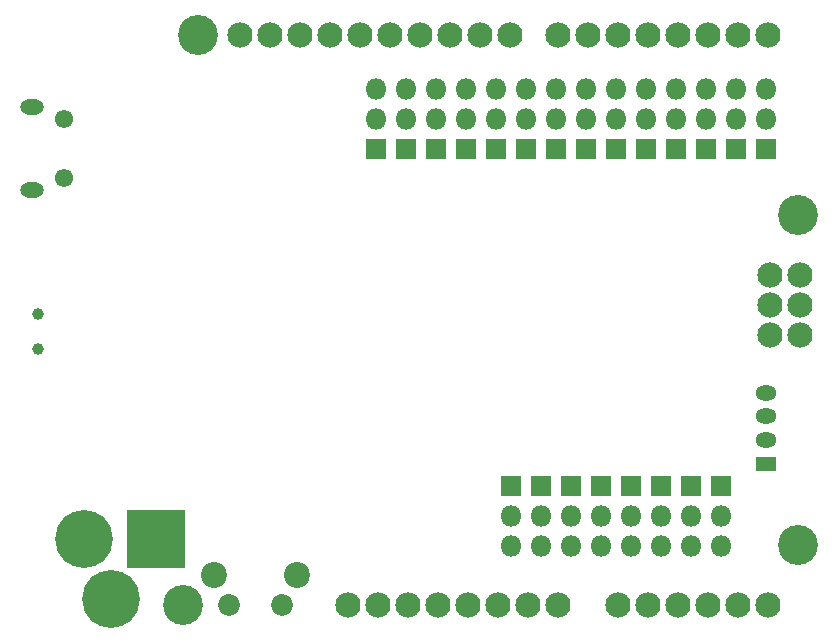
<source format=gbs>
%TF.GenerationSoftware,KiCad,Pcbnew,4.0.7*%
%TF.CreationDate,2018-07-15T20:27:14+02:00*%
%TF.ProjectId,Grape,47726170652E6B696361645F70636200,rev?*%
%TF.FileFunction,Soldermask,Bot*%
%FSLAX46Y46*%
G04 Gerber Fmt 4.6, Leading zero omitted, Abs format (unit mm)*
G04 Created by KiCad (PCBNEW 4.0.7) date 07/15/18 20:27:14*
%MOMM*%
%LPD*%
G01*
G04 APERTURE LIST*
%ADD10C,0.150000*%
%ADD11C,2.133600*%
%ADD12C,3.378200*%
%ADD13C,4.900000*%
%ADD14R,4.900000X4.900000*%
%ADD15R,1.800000X1.800000*%
%ADD16O,1.800000X1.800000*%
%ADD17R,1.800000X1.300000*%
%ADD18O,1.800000X1.300000*%
%ADD19C,2.200000*%
%ADD20C,1.850000*%
%ADD21C,1.000000*%
%ADD22C,1.550000*%
%ADD23O,2.000000X1.300000*%
G04 APERTURE END LIST*
D10*
D11*
X35687000Y-50927000D03*
X38227000Y-50927000D03*
X50927000Y-50927000D03*
X53467000Y-50927000D03*
X56007000Y-50927000D03*
X58547000Y-50927000D03*
X61087000Y-50927000D03*
X63627000Y-50927000D03*
X24003000Y-2667000D03*
X63627000Y-2667000D03*
X61087000Y-2667000D03*
X58547000Y-2667000D03*
X56007000Y-2667000D03*
X53467000Y-2667000D03*
X50927000Y-2667000D03*
X48387000Y-2667000D03*
X45847000Y-2667000D03*
X41783000Y-2667000D03*
X39243000Y-2667000D03*
X36703000Y-2667000D03*
X34163000Y-2667000D03*
X31623000Y-2667000D03*
X29083000Y-2667000D03*
X40767000Y-50927000D03*
X43307000Y-50927000D03*
X26543000Y-2667000D03*
X66306700Y-28115260D03*
X30607000Y-50927000D03*
X63766700Y-23037800D03*
X66306700Y-25577800D03*
X28067000Y-50927000D03*
X33147000Y-50927000D03*
X63766700Y-28115260D03*
X63766700Y-25577800D03*
X18923000Y-2667000D03*
X21463000Y-2667000D03*
X66306700Y-23037800D03*
X45847000Y-50927000D03*
D12*
X15367000Y-2667000D03*
X66167000Y-17907000D03*
X66167000Y-45847000D03*
X14097000Y-50927000D03*
D13*
X5711000Y-45339000D03*
D14*
X11811000Y-45339000D03*
D13*
X8001000Y-50419000D03*
D15*
X63500000Y-12319000D03*
D16*
X63500000Y-9779000D03*
X63500000Y-7239000D03*
D15*
X50800000Y-12319000D03*
D16*
X50800000Y-9779000D03*
X50800000Y-7239000D03*
D15*
X38100000Y-12319000D03*
D16*
X38100000Y-9779000D03*
X38100000Y-7239000D03*
D15*
X41910000Y-40894000D03*
D16*
X41910000Y-43434000D03*
X41910000Y-45974000D03*
D15*
X59690000Y-40894000D03*
D16*
X59690000Y-43434000D03*
X59690000Y-45974000D03*
D15*
X60960000Y-12319000D03*
D16*
X60960000Y-9779000D03*
X60960000Y-7239000D03*
D15*
X48260000Y-12319000D03*
D16*
X48260000Y-9779000D03*
X48260000Y-7239000D03*
D15*
X35560000Y-12319000D03*
D16*
X35560000Y-9779000D03*
X35560000Y-7239000D03*
D15*
X44450000Y-40894000D03*
D16*
X44450000Y-43434000D03*
X44450000Y-45974000D03*
D15*
X57150000Y-40894000D03*
D16*
X57150000Y-43434000D03*
X57150000Y-45974000D03*
D15*
X58420000Y-12319000D03*
D16*
X58420000Y-9779000D03*
X58420000Y-7239000D03*
D15*
X45720000Y-12319000D03*
D16*
X45720000Y-9779000D03*
X45720000Y-7239000D03*
D15*
X33020000Y-12319000D03*
D16*
X33020000Y-9779000D03*
X33020000Y-7239000D03*
D15*
X46990000Y-40894000D03*
D16*
X46990000Y-43434000D03*
X46990000Y-45974000D03*
D15*
X55880000Y-12319000D03*
D16*
X55880000Y-9779000D03*
X55880000Y-7239000D03*
D15*
X43180000Y-12319000D03*
D16*
X43180000Y-9779000D03*
X43180000Y-7239000D03*
D15*
X30480000Y-12319000D03*
D16*
X30480000Y-9779000D03*
X30480000Y-7239000D03*
D15*
X49530000Y-40894000D03*
D16*
X49530000Y-43434000D03*
X49530000Y-45974000D03*
D15*
X53340000Y-12319000D03*
D16*
X53340000Y-9779000D03*
X53340000Y-7239000D03*
D15*
X40640000Y-12319000D03*
D16*
X40640000Y-9779000D03*
X40640000Y-7239000D03*
D15*
X52070000Y-40894000D03*
D16*
X52070000Y-43434000D03*
X52070000Y-45974000D03*
D15*
X54610000Y-40894000D03*
D16*
X54610000Y-43434000D03*
X54610000Y-45974000D03*
D17*
X63500000Y-38989000D03*
D18*
X63500000Y-36989000D03*
X63500000Y-34989000D03*
X63500000Y-32989000D03*
D19*
X16719000Y-48437000D03*
D20*
X17979000Y-50927000D03*
X22479000Y-50927000D03*
D19*
X23729000Y-48437000D03*
D21*
X1829000Y-26313000D03*
X1829000Y-29313000D03*
D22*
X4001000Y-9819000D03*
X4001000Y-14819000D03*
D23*
X1301000Y-8819000D03*
X1301000Y-15819000D03*
M02*

</source>
